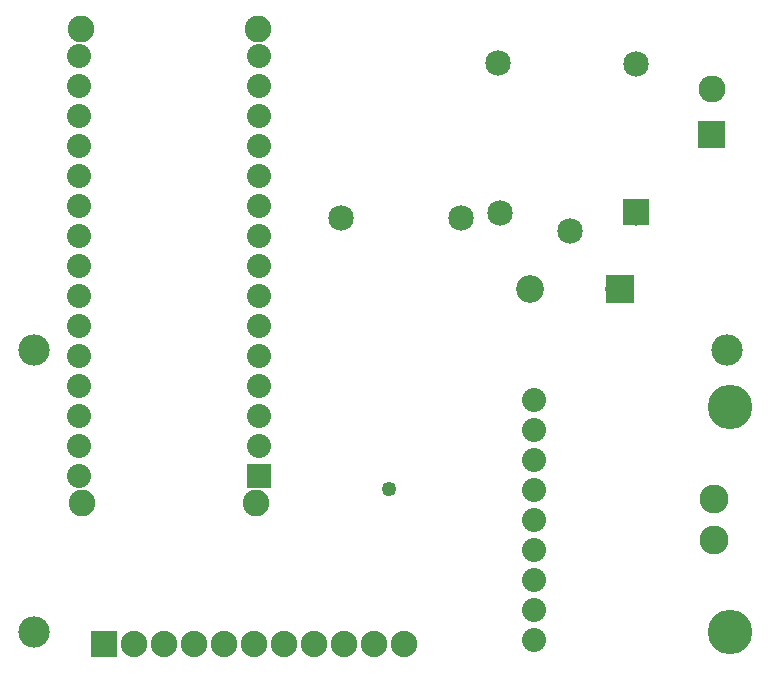
<source format=gbs>
G04 MADE WITH FRITZING*
G04 WWW.FRITZING.ORG*
G04 DOUBLE SIDED*
G04 HOLES PLATED*
G04 CONTOUR ON CENTER OF CONTOUR VECTOR*
%ASAXBY*%
%FSLAX23Y23*%
%MOIN*%
%OFA0B0*%
%SFA1.0B1.0*%
%ADD10C,0.080000*%
%ADD11C,0.049370*%
%ADD12C,0.085000*%
%ADD13C,0.092000*%
%ADD14C,0.104488*%
%ADD15C,0.116299*%
%ADD16C,0.088740*%
%ADD17C,0.090000*%
%ADD18C,0.148425*%
%ADD19C,0.096000*%
%ADD20C,0.088000*%
%ADD21R,0.079972X0.080000*%
%ADD22R,0.085000X0.085000*%
%ADD23R,0.092000X0.092000*%
%ADD24R,0.088000X0.088000*%
%ADD25R,0.001000X0.001000*%
%LNMASK0*%
G90*
G70*
G54D10*
X886Y701D03*
X886Y801D03*
X886Y901D03*
X886Y1001D03*
X886Y1101D03*
X886Y1201D03*
X886Y1301D03*
X886Y1401D03*
X886Y1501D03*
X886Y1601D03*
X886Y1701D03*
X886Y1801D03*
X886Y1901D03*
X886Y2001D03*
X886Y2101D03*
X286Y701D03*
X286Y801D03*
X286Y901D03*
X286Y1001D03*
X286Y1101D03*
X286Y1201D03*
X286Y1301D03*
X286Y1401D03*
X286Y1501D03*
X286Y1601D03*
X286Y1701D03*
X286Y1801D03*
X286Y1901D03*
X286Y2001D03*
X286Y2101D03*
G54D11*
X1318Y657D03*
G54D12*
X2144Y1579D03*
X2144Y2073D03*
X1683Y2078D03*
X1921Y1517D03*
X1688Y1579D03*
G54D13*
X2087Y1325D03*
X1789Y1325D03*
G54D12*
X1560Y1561D03*
X1160Y1561D03*
G54D14*
X136Y181D03*
X136Y1121D03*
X2446Y1121D03*
G54D15*
X2459Y183D03*
X2459Y931D03*
G54D16*
X876Y611D03*
X296Y611D03*
X884Y2191D03*
X293Y2191D03*
G54D17*
X2396Y1839D03*
X2396Y1991D03*
G54D18*
X2456Y931D03*
G54D19*
X2401Y489D03*
G54D18*
X2456Y181D03*
G54D10*
X1801Y156D03*
X1801Y256D03*
X1801Y356D03*
X1801Y456D03*
X1801Y556D03*
X1801Y656D03*
X1801Y756D03*
X1801Y856D03*
X1801Y956D03*
G54D19*
X2401Y626D03*
G54D20*
X368Y142D03*
X468Y142D03*
X568Y142D03*
X668Y142D03*
X768Y142D03*
X868Y142D03*
X968Y142D03*
X1068Y142D03*
X1168Y142D03*
X1268Y142D03*
X1368Y142D03*
G54D21*
X886Y701D03*
G54D22*
X2144Y1580D03*
G54D23*
X2088Y1325D03*
G54D24*
X368Y142D03*
G54D25*
X2351Y1884D02*
X2440Y1884D01*
X2351Y1883D02*
X2440Y1883D01*
X2351Y1882D02*
X2440Y1882D01*
X2351Y1881D02*
X2440Y1881D01*
X2351Y1880D02*
X2440Y1880D01*
X2351Y1879D02*
X2440Y1879D01*
X2351Y1878D02*
X2440Y1878D01*
X2351Y1877D02*
X2440Y1877D01*
X2351Y1876D02*
X2440Y1876D01*
X2351Y1875D02*
X2440Y1875D01*
X2351Y1874D02*
X2440Y1874D01*
X2351Y1873D02*
X2440Y1873D01*
X2351Y1872D02*
X2440Y1872D01*
X2351Y1871D02*
X2440Y1871D01*
X2351Y1870D02*
X2440Y1870D01*
X2351Y1869D02*
X2440Y1869D01*
X2351Y1868D02*
X2440Y1868D01*
X2351Y1867D02*
X2440Y1867D01*
X2351Y1866D02*
X2440Y1866D01*
X2351Y1865D02*
X2440Y1865D01*
X2351Y1864D02*
X2440Y1864D01*
X2351Y1863D02*
X2440Y1863D01*
X2351Y1862D02*
X2440Y1862D01*
X2351Y1861D02*
X2440Y1861D01*
X2351Y1860D02*
X2440Y1860D01*
X2351Y1859D02*
X2440Y1859D01*
X2351Y1858D02*
X2391Y1858D01*
X2400Y1858D02*
X2440Y1858D01*
X2351Y1857D02*
X2387Y1857D01*
X2403Y1857D02*
X2440Y1857D01*
X2351Y1856D02*
X2386Y1856D01*
X2405Y1856D02*
X2440Y1856D01*
X2351Y1855D02*
X2384Y1855D01*
X2406Y1855D02*
X2440Y1855D01*
X2351Y1854D02*
X2383Y1854D01*
X2408Y1854D02*
X2440Y1854D01*
X2351Y1853D02*
X2382Y1853D01*
X2409Y1853D02*
X2440Y1853D01*
X2351Y1852D02*
X2381Y1852D01*
X2410Y1852D02*
X2440Y1852D01*
X2351Y1851D02*
X2380Y1851D01*
X2411Y1851D02*
X2440Y1851D01*
X2351Y1850D02*
X2379Y1850D01*
X2411Y1850D02*
X2440Y1850D01*
X2351Y1849D02*
X2379Y1849D01*
X2412Y1849D02*
X2440Y1849D01*
X2351Y1848D02*
X2378Y1848D01*
X2412Y1848D02*
X2440Y1848D01*
X2351Y1847D02*
X2377Y1847D01*
X2413Y1847D02*
X2440Y1847D01*
X2351Y1846D02*
X2377Y1846D01*
X2413Y1846D02*
X2440Y1846D01*
X2351Y1845D02*
X2377Y1845D01*
X2414Y1845D02*
X2440Y1845D01*
X2351Y1844D02*
X2377Y1844D01*
X2414Y1844D02*
X2440Y1844D01*
X2351Y1843D02*
X2376Y1843D01*
X2414Y1843D02*
X2440Y1843D01*
X2351Y1842D02*
X2376Y1842D01*
X2414Y1842D02*
X2440Y1842D01*
X2351Y1841D02*
X2376Y1841D01*
X2414Y1841D02*
X2440Y1841D01*
X2351Y1840D02*
X2376Y1840D01*
X2414Y1840D02*
X2440Y1840D01*
X2351Y1839D02*
X2376Y1839D01*
X2414Y1839D02*
X2440Y1839D01*
X2351Y1838D02*
X2376Y1838D01*
X2414Y1838D02*
X2440Y1838D01*
X2351Y1837D02*
X2376Y1837D01*
X2414Y1837D02*
X2440Y1837D01*
X2351Y1836D02*
X2376Y1836D01*
X2414Y1836D02*
X2440Y1836D01*
X2351Y1835D02*
X2377Y1835D01*
X2414Y1835D02*
X2440Y1835D01*
X2351Y1834D02*
X2377Y1834D01*
X2413Y1834D02*
X2440Y1834D01*
X2351Y1833D02*
X2377Y1833D01*
X2413Y1833D02*
X2440Y1833D01*
X2351Y1832D02*
X2378Y1832D01*
X2413Y1832D02*
X2440Y1832D01*
X2351Y1831D02*
X2378Y1831D01*
X2412Y1831D02*
X2440Y1831D01*
X2351Y1830D02*
X2379Y1830D01*
X2412Y1830D02*
X2440Y1830D01*
X2351Y1829D02*
X2380Y1829D01*
X2411Y1829D02*
X2440Y1829D01*
X2351Y1828D02*
X2380Y1828D01*
X2410Y1828D02*
X2440Y1828D01*
X2351Y1827D02*
X2381Y1827D01*
X2409Y1827D02*
X2440Y1827D01*
X2351Y1826D02*
X2382Y1826D01*
X2408Y1826D02*
X2440Y1826D01*
X2351Y1825D02*
X2384Y1825D01*
X2407Y1825D02*
X2440Y1825D01*
X2351Y1824D02*
X2385Y1824D01*
X2406Y1824D02*
X2440Y1824D01*
X2351Y1823D02*
X2387Y1823D01*
X2404Y1823D02*
X2440Y1823D01*
X2351Y1822D02*
X2389Y1822D01*
X2401Y1822D02*
X2440Y1822D01*
X2351Y1821D02*
X2440Y1821D01*
X2351Y1820D02*
X2440Y1820D01*
X2351Y1819D02*
X2440Y1819D01*
X2351Y1818D02*
X2440Y1818D01*
X2351Y1817D02*
X2440Y1817D01*
X2351Y1816D02*
X2440Y1816D01*
X2351Y1815D02*
X2440Y1815D01*
X2351Y1814D02*
X2440Y1814D01*
X2351Y1813D02*
X2440Y1813D01*
X2351Y1812D02*
X2440Y1812D01*
X2351Y1811D02*
X2440Y1811D01*
X2351Y1810D02*
X2440Y1810D01*
X2351Y1809D02*
X2440Y1809D01*
X2351Y1808D02*
X2440Y1808D01*
X2351Y1807D02*
X2440Y1807D01*
X2351Y1806D02*
X2440Y1806D01*
X2351Y1805D02*
X2440Y1805D01*
X2351Y1804D02*
X2440Y1804D01*
X2351Y1803D02*
X2440Y1803D01*
X2351Y1802D02*
X2440Y1802D01*
X2351Y1801D02*
X2440Y1801D01*
X2351Y1800D02*
X2440Y1800D01*
X2351Y1799D02*
X2440Y1799D01*
X2351Y1798D02*
X2440Y1798D01*
X2351Y1797D02*
X2440Y1797D01*
X2351Y1796D02*
X2440Y1796D01*
X2351Y1795D02*
X2439Y1795D01*
D02*
G04 End of Mask0*
M02*
</source>
